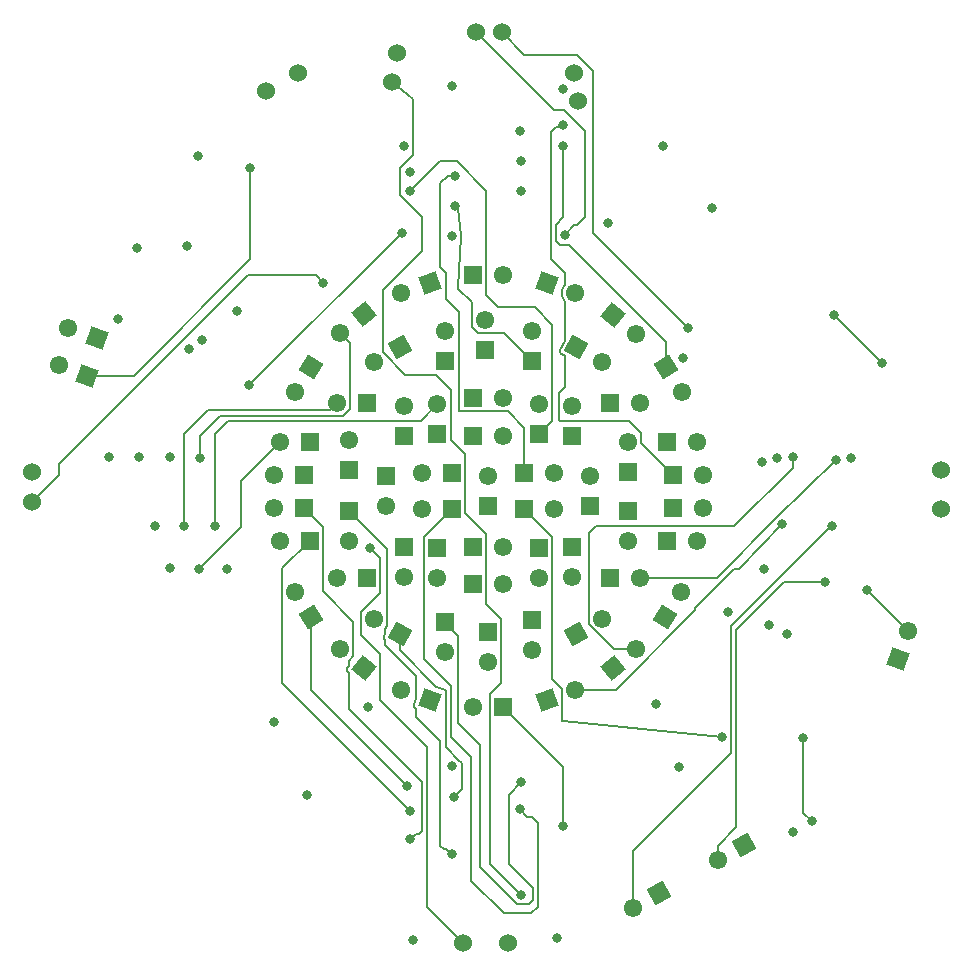
<source format=gbr>
G04*
G04 #@! TF.GenerationSoftware,Altium Limited,Altium Designer,23.1.1 (15)*
G04*
G04 Layer_Physical_Order=3*
G04 Layer_Color=16440176*
%FSLAX44Y44*%
%MOMM*%
G71*
G04*
G04 #@! TF.SameCoordinates,EA72E859-7E5F-47E5-BE6D-6BCC4CF4D1DD*
G04*
G04*
G04 #@! TF.FilePolarity,Positive*
G04*
G01*
G75*
%ADD51C,1.5500*%
%ADD52P,2.1920X4X245.0*%
%ADD53C,1.5240*%
%ADD54R,1.5500X1.5500*%
%ADD55P,2.1920X4X115.0*%
%ADD56P,2.1920X4X255.0*%
%ADD57R,1.5500X1.5500*%
%ADD58P,2.1920X4X103.0*%
%ADD59P,2.1920X4X84.0*%
%ADD60P,2.1920X4X195.0*%
%ADD61P,2.1920X4X205.0*%
%ADD62P,2.1920X4X186.0*%
%ADD63P,2.1920X4X167.0*%
%ADD64C,0.8000*%
%ADD65C,0.1555*%
%ADD66C,0.1555*%
D51*
X-73398Y167843D02*
D03*
X-118110Y-41910D02*
D03*
X355397Y-118372D02*
D03*
X43180Y-73660D02*
D03*
X194310Y-312420D02*
D03*
X122783Y-353060D02*
D03*
X55880Y-15240D02*
D03*
X86360Y12700D02*
D03*
X71120Y-72390D02*
D03*
X118110Y-41910D02*
D03*
X128270Y-73660D02*
D03*
X96517Y-107950D02*
D03*
X36830Y-134620D02*
D03*
X181610Y-13970D02*
D03*
X176530Y-41910D02*
D03*
X163320Y-85140D02*
D03*
X125149Y-133875D02*
D03*
X73398Y-167843D02*
D03*
X-86360Y-12700D02*
D03*
X12700Y-46990D02*
D03*
X-55880Y-15240D02*
D03*
X12700Y-78740D02*
D03*
X-43180Y-73660D02*
D03*
X-71120Y-72390D02*
D03*
X0Y-144780D02*
D03*
X-36830Y-135890D02*
D03*
X-96520Y-107950D02*
D03*
X-128270Y-73660D02*
D03*
X-12700Y-182880D02*
D03*
X-73398Y-167843D02*
D03*
X-125149Y-133875D02*
D03*
X-163320Y-85140D02*
D03*
X-176530Y-41910D02*
D03*
X-181610Y-13970D02*
D03*
X-355338Y138227D02*
D03*
X-363220Y106680D02*
D03*
X96520Y109220D02*
D03*
X163830Y83820D02*
D03*
X125149Y132975D02*
D03*
X73398Y167843D02*
D03*
X181610Y13970D02*
D03*
X176530Y41910D02*
D03*
X118110D02*
D03*
X128270Y74930D02*
D03*
X71120Y72390D02*
D03*
X36830Y135890D02*
D03*
X43180Y73660D02*
D03*
X55880Y15240D02*
D03*
X-2540Y144780D02*
D03*
X12700Y78740D02*
D03*
Y46990D02*
D03*
X0Y12700D02*
D03*
X-55880Y15240D02*
D03*
X-71120Y72390D02*
D03*
X12700Y182880D02*
D03*
X-43180Y73660D02*
D03*
X-118110Y43180D02*
D03*
X-128270Y74930D02*
D03*
X-96517Y109220D02*
D03*
X-36830Y135890D02*
D03*
X-181610Y13970D02*
D03*
X-176530Y41910D02*
D03*
X-163830Y83820D02*
D03*
X-125149Y133875D02*
D03*
D52*
X-49530Y176530D02*
D03*
X49530Y-176530D02*
D03*
D53*
X383540Y17780D02*
D03*
Y-15240D02*
D03*
X-21590Y-382270D02*
D03*
X16510D02*
D03*
X-386080Y16510D02*
D03*
X-81280Y346710D02*
D03*
X-77470Y370840D02*
D03*
X72390Y354330D02*
D03*
X76200Y330200D02*
D03*
X-386080Y-8890D02*
D03*
X11430Y388620D02*
D03*
X-10160D02*
D03*
X-187960Y339090D02*
D03*
X-161290Y354330D02*
D03*
D54*
X-118110Y-16510D02*
D03*
X43180Y-48260D02*
D03*
X86360Y-12700D02*
D03*
X71120Y-46990D02*
D03*
X118110Y-16510D02*
D03*
X36830Y-109220D02*
D03*
X-86360Y12700D02*
D03*
X-43180Y-48260D02*
D03*
X-71120Y-46990D02*
D03*
X0Y-119380D02*
D03*
X-36830Y-110490D02*
D03*
X-43180Y48260D02*
D03*
X118110Y16510D02*
D03*
X71120Y46990D02*
D03*
X36830Y110490D02*
D03*
X43180Y48260D02*
D03*
X-2540Y119380D02*
D03*
X0Y-12700D02*
D03*
X-71120Y46990D02*
D03*
X-118110Y17780D02*
D03*
X-36830Y110490D02*
D03*
D55*
X346710Y-142240D02*
D03*
D56*
X216307Y-299720D02*
D03*
X144780Y-340360D02*
D03*
X74520Y-120650D02*
D03*
X-74520Y121920D02*
D03*
D57*
X30480Y-15240D02*
D03*
X102870Y-73660D02*
D03*
X156210Y-13970D02*
D03*
X151130Y-41910D02*
D03*
X-12700Y-46990D02*
D03*
X-30480Y-15240D02*
D03*
X-12700Y-78740D02*
D03*
X-102870Y-73660D02*
D03*
X12700Y-182880D02*
D03*
X-151130Y-41910D02*
D03*
X-156210Y-13970D02*
D03*
X156210Y13970D02*
D03*
X151130Y41910D02*
D03*
X102870Y74930D02*
D03*
X30480Y15240D02*
D03*
X-12700Y78740D02*
D03*
Y46990D02*
D03*
X-30480Y15240D02*
D03*
X-12700Y182880D02*
D03*
X-102870Y74930D02*
D03*
X-156210Y13970D02*
D03*
X-151130Y41910D02*
D03*
D58*
X149860Y-106680D02*
D03*
X-150370Y105360D02*
D03*
D59*
X105410Y-149860D02*
D03*
X-105410Y149860D02*
D03*
D60*
X-74523Y-120650D02*
D03*
X74523Y121920D02*
D03*
D61*
X-49530Y-176530D02*
D03*
X-331470Y129540D02*
D03*
X-339352Y97993D02*
D03*
X49530Y176530D02*
D03*
D62*
X-105410Y-149860D02*
D03*
X105410Y148960D02*
D03*
D63*
X-149860Y-106680D02*
D03*
X150370Y105360D02*
D03*
D64*
X-231140Y-29210D02*
D03*
X-30480Y215900D02*
D03*
X-321310Y29210D02*
D03*
X-295910D02*
D03*
X-269240D02*
D03*
X-243840Y27940D02*
D03*
X-221055Y-65965D02*
D03*
X-245110Y-66040D02*
D03*
X-257810Y-29210D02*
D03*
X-269240Y-64770D02*
D03*
X-281940Y-29210D02*
D03*
X26670Y304800D02*
D03*
X27940Y279400D02*
D03*
Y254000D02*
D03*
X-66040D02*
D03*
X63500Y340360D02*
D03*
X-30480Y-307340D02*
D03*
X-100330Y-48260D02*
D03*
X248920Y-27940D02*
D03*
X274320Y-279400D02*
D03*
X257810Y-288290D02*
D03*
X27940Y-246380D02*
D03*
X26670Y-269240D02*
D03*
X-29210Y-259080D02*
D03*
X-101600Y-182880D02*
D03*
X63499Y309852D02*
D03*
X189260Y240105D02*
D03*
X64676Y217264D02*
D03*
X-139700Y176530D02*
D03*
X-242600Y128270D02*
D03*
X-313690Y146050D02*
D03*
X-297180Y205740D02*
D03*
X294640Y26670D02*
D03*
X307340Y27940D02*
D03*
X257810Y29210D02*
D03*
X233680Y-66040D02*
D03*
X290830Y-29210D02*
D03*
X198120Y-208280D02*
D03*
X142240Y-180340D02*
D03*
X63500Y-283210D02*
D03*
X27940Y-341630D02*
D03*
X-66040Y-294640D02*
D03*
Y-270510D02*
D03*
X-30480Y-232410D02*
D03*
X-66040Y270510D02*
D03*
X-30480Y342900D02*
D03*
X63500Y292100D02*
D03*
X-63500Y-379730D02*
D03*
X58420Y-378460D02*
D03*
X333200Y108760D02*
D03*
X292608Y149352D02*
D03*
X169164Y138272D02*
D03*
X-27940Y266700D02*
D03*
Y241300D02*
D03*
X-255016Y207518D02*
D03*
X-201930Y274066D02*
D03*
X-181102Y-195580D02*
D03*
X-153035Y-257048D02*
D03*
X202767Y-101929D02*
D03*
X252679Y-121053D02*
D03*
X161362Y-233752D02*
D03*
X320500Y-83475D02*
D03*
X284988Y-76914D02*
D03*
X-212852Y152400D02*
D03*
X237490Y-113284D02*
D03*
X-253492Y120396D02*
D03*
X165354Y112776D02*
D03*
X101854Y227076D02*
D03*
X-245364Y284226D02*
D03*
X266954Y-208534D02*
D03*
X244300Y27940D02*
D03*
X231600Y24384D02*
D03*
X-68580Y-249380D02*
D03*
X-202184Y89662D02*
D03*
X-72898Y218948D02*
D03*
X148336Y292608D02*
D03*
X-71374Y292100D02*
D03*
D65*
X-23175Y215474D02*
G03*
X-23206Y216698I-7305J426D01*
G01*
X243822Y-22691D02*
G03*
X243703Y-22808I5099J-5249D01*
G01*
X-61133Y-184171D02*
G03*
X-61289Y-184028I-1128J-1070D01*
G01*
X61899Y116428D02*
G03*
X61893Y116435I-1106J-1093D01*
G01*
X64770Y174774D02*
G03*
X64770Y160912I8628J-6931D01*
G01*
X205437Y-208390D02*
G03*
X205438Y-208264I-7317J110D01*
G01*
X-25157Y-227389D02*
G03*
X-25356Y-227186I-5323J-5021D01*
G01*
X-231600Y-28750D02*
Y48514D01*
Y-28750D02*
X-231140Y-29210D01*
X-26109Y239469D02*
X-25654Y239014D01*
X-25654Y171704D02*
X-25199Y171248D01*
X-27940Y241300D02*
X-26109Y239469D01*
X-25199Y171248D02*
X-13970Y160020D01*
X-25654Y239014D02*
X-23206Y216698D01*
X-25654Y171704D02*
Y172992D01*
X-23175Y215474D01*
X-244348Y28448D02*
Y46482D01*
X-226968Y63862D02*
X-123082D01*
X-244348Y46482D02*
X-226968Y63862D01*
X-231600Y48514D02*
X-220424Y59690D01*
X-57150D01*
X-257810Y48260D02*
X-236982Y69088D01*
X-134112D01*
X-257810Y-29210D02*
Y48260D01*
X-244348Y28448D02*
X-243840Y27940D01*
X-209550Y-30480D02*
Y8890D01*
X-245110Y-66040D02*
X-209550Y-30480D01*
X-40640Y279400D02*
X-26670D01*
X-66040Y254000D02*
X-40640Y279400D01*
X-31296Y-307340D02*
X-30480D01*
X-37550Y-303270D02*
X-35366D01*
X-40386Y-300434D02*
X-37550Y-303270D01*
X-35366D02*
X-31296Y-307340D01*
X-91694Y-86360D02*
Y-56896D01*
X-100330Y-48260D02*
X-91694Y-56896D01*
X207994Y-65767D02*
X211907D01*
X213462Y-64856D02*
X248920Y-27940D01*
X193666Y-73660D02*
X194577Y-72749D01*
X243703Y-22808D01*
X243822Y-22691D02*
X294640Y26670D01*
X212551Y-65767D02*
X213462Y-64856D01*
X211907Y-65767D02*
X212551Y-65767D01*
X128270Y-73660D02*
X193666D01*
X266954Y-272034D02*
Y-208534D01*
Y-272034D02*
X274320Y-279400D01*
X63078Y-194723D02*
X63630Y-194779D01*
X62685Y-194331D02*
X63078Y-194723D01*
X62230Y-193876D02*
X62685Y-194331D01*
X62230Y-193876D02*
Y-183087D01*
X62781Y-182536D01*
Y-180577D01*
X62230Y-179064D02*
X62781Y-180577D01*
X61775Y-166423D02*
X62230Y-166878D01*
X63630Y-194779D02*
X198120Y-208280D01*
X54356Y-159004D02*
X61775Y-166423D01*
X62230Y-179064D02*
Y-166878D01*
X17272Y-257048D02*
X27940Y-246380D01*
X26670Y-269240D02*
X32993Y-275563D01*
X36803D01*
X41893Y-280653D01*
X-22098Y-251968D02*
Y-230632D01*
X-29210Y-259080D02*
X-22098Y-251968D01*
X-22522Y-230183D02*
X-22098Y-230632D01*
X-60706Y-190754D02*
Y-185242D01*
X-40386Y-300434D02*
Y-211074D01*
X-60711Y-184606D02*
X-60706Y-185242D01*
X-61133Y-184171D02*
X-60711Y-184606D01*
X-62781Y-182536D02*
X-61289Y-184028D01*
X-62781Y-182536D02*
Y-180577D01*
X-60706Y-174877D01*
X-60706Y-174602D02*
Y-156718D01*
X-60706Y-174877D02*
X-60706Y-174602D01*
Y-190754D02*
X-40386Y-211074D01*
X-87630Y-116586D02*
X-85344Y-114300D01*
X-87630Y-129794D02*
X-87175Y-130250D01*
X-87630Y-129794D02*
Y-125658D01*
X-88427Y-124861D02*
X-87630Y-125658D01*
X-88427Y-122598D02*
X-87630Y-121217D01*
Y-116586D01*
X-88427Y-124861D02*
Y-122598D01*
X-87175Y-130250D02*
X-60706Y-156718D01*
X-85344Y-114300D02*
Y-49276D01*
X-118110Y-143510D02*
X-114046Y-139446D01*
X-118110Y-184150D02*
X-117655Y-184606D01*
X-118110Y-184150D02*
Y-153897D01*
X-119628Y-152380D02*
X-118110Y-153897D01*
X-119628Y-152380D02*
Y-149831D01*
X-118110Y-147957D01*
Y-143510D01*
X-117655Y-184606D02*
X-56134Y-246126D01*
X-91440Y-147093D02*
Y-137922D01*
X-91192Y-149889D02*
Y-147340D01*
X-91440Y-150195D02*
X-91192Y-149889D01*
X-91896Y-137467D02*
X-91440Y-137922D01*
Y-176715D02*
Y-150195D01*
Y-147093D02*
X-91192Y-147340D01*
X-91440Y-176715D02*
X-90985Y-177171D01*
X-107696Y-121666D02*
X-91896Y-137467D01*
X-90985Y-177171D02*
X-51816Y-216339D01*
X88900Y218536D02*
Y355600D01*
Y218536D02*
X169164Y138272D01*
X75184Y369316D02*
X88900Y355600D01*
X62294Y308647D02*
X63499Y309852D01*
X57187Y308647D02*
X62294D01*
X64676Y217264D02*
X72738Y225327D01*
X75467D01*
X82296Y232156D01*
X64314Y185621D02*
X64770Y185166D01*
Y174774D02*
Y185166D01*
X59944Y83566D02*
X64770Y88392D01*
X60619Y119972D02*
X64770Y127162D01*
X60619Y117709D02*
X61893Y116435D01*
X61899Y116428D02*
X64170Y115118D01*
X64770Y114518D01*
Y88392D02*
Y114518D01*
Y127162D02*
Y160912D01*
X60619Y117709D02*
Y119972D01*
X53098Y196838D02*
X64314Y185621D01*
X59944Y60452D02*
Y83566D01*
X-203454Y182880D02*
X-146050D01*
X-139700Y176530D01*
X175304Y-98457D02*
X207994Y-65767D01*
X175304Y-100540D02*
Y-98457D01*
X257810Y20066D02*
Y29210D01*
X208534Y-29210D02*
X257810Y20066D01*
X108001Y-167843D02*
X175304Y-100540D01*
X73398Y-167843D02*
X108001D01*
X290121Y-29210D02*
X290830D01*
X205687Y-113643D02*
X290121Y-29210D01*
X205232Y-114099D02*
X205687Y-113643D01*
X205232Y-115387D02*
X205438Y-208264D01*
X205232Y-221996D02*
X205437Y-208390D01*
X204776Y-222451D02*
X205232Y-221996D01*
X122783Y-304445D02*
X204776Y-222451D01*
X205232Y-115387D02*
Y-114099D01*
X12700Y-182880D02*
X63500Y-233680D01*
Y-283210D02*
Y-233680D01*
X1524Y-315214D02*
Y-171704D01*
Y-315214D02*
X27940Y-341630D01*
X-61154Y-290570D02*
X-58970D01*
X-56134Y-287734D01*
X-66040Y-294640D02*
X-65224D01*
X-61154Y-290570D01*
X-174498Y-162052D02*
X-66040Y-270510D01*
X-174498Y-162052D02*
Y-65278D01*
X41893Y-351790D02*
Y-280653D01*
X17272Y-315468D02*
Y-257048D01*
X-25157Y-227389D02*
X-22522Y-230183D01*
X-35157Y-217573D02*
X-25356Y-227186D01*
X-36068Y-216018D02*
Y-167856D01*
X-36068Y-216662D02*
X-35157Y-217573D01*
X-36068Y-216018D02*
X-36068Y-216662D01*
X-40386Y189738D02*
X-35560Y184912D01*
Y162560D02*
Y184912D01*
Y162560D02*
X-24638Y151638D01*
X-74930Y273812D02*
X-64008Y284734D01*
X-74930Y251206D02*
Y273812D01*
X-64008Y284734D02*
Y331978D01*
X-74930Y251206D02*
X-56134Y232410D01*
X57193Y225642D02*
X63500Y231949D01*
Y292100D01*
X53098Y304558D02*
X57187Y308647D01*
X30734Y369316D02*
X75184D01*
X292608Y149352D02*
X333200Y108760D01*
X129286Y40894D02*
X156210Y13970D01*
X129286Y40894D02*
Y49530D01*
X119126Y59690D02*
X129286Y49530D01*
X60706Y59690D02*
X119126D01*
X59944Y60452D02*
X60706Y59690D01*
X53098Y196838D02*
Y304558D01*
X11430Y388620D02*
X30734Y369316D01*
X-34290Y266700D02*
X-27940D01*
X-40386Y260604D02*
X-34290Y266700D01*
X-40386Y189738D02*
Y260604D01*
X-24638Y67564D02*
Y151638D01*
Y67564D02*
X16510D01*
X30480Y53594D01*
Y15240D02*
Y53594D01*
X43180Y48260D02*
X54356Y59436D01*
Y140970D01*
X39370Y155956D02*
X54356Y140970D01*
X8636Y155956D02*
X39370D01*
X-1524Y166116D02*
X8636Y155956D01*
X-1524Y166116D02*
Y254254D01*
X-26670Y279400D02*
X-1524Y254254D01*
X13716Y133604D02*
X36830Y110490D01*
X-8890Y133604D02*
X13716D01*
X-13970Y138684D02*
X-8890Y133604D01*
X-13970Y138684D02*
Y160020D01*
X-386080Y-8890D02*
X-363220Y13970D01*
Y23114D01*
X-203454Y182880D01*
X-81280Y346710D02*
X-64008Y331978D01*
X-56134Y203454D02*
Y232410D01*
X-89408Y170180D02*
X-56134Y203454D01*
X-89408Y117764D02*
Y170180D01*
Y117764D02*
X-70451Y98806D01*
X-44450D01*
X-31496Y85852D01*
Y43434D02*
Y85852D01*
Y43434D02*
X-19304Y31242D01*
Y-18034D02*
Y31242D01*
Y-18034D02*
X-1524Y-35814D01*
Y-95504D02*
Y-35814D01*
Y-95504D02*
X11176Y-108204D01*
Y-162052D02*
Y-108204D01*
X1524Y-171704D02*
X11176Y-162052D01*
X-57150Y59690D02*
X-43180Y73660D01*
X-123082Y63862D02*
X-117094Y69850D01*
Y125820D01*
X-125149Y133875D02*
X-117094Y125820D01*
X-339352Y97993D02*
X-300279D01*
X-201930Y196342D01*
Y274066D01*
X36370Y-357313D02*
X41893Y-351790D01*
X13354Y-357313D02*
X36370D01*
X-14224Y-329735D02*
X13354Y-357313D01*
X-14224Y-329735D02*
Y-225298D01*
X-31496Y-208026D02*
X-14224Y-225298D01*
X-31496Y-208026D02*
Y-165174D01*
X-54356Y-142314D02*
X-31496Y-165174D01*
X-54356Y-142314D02*
Y-39116D01*
X-30480Y-15240D01*
X17272Y-315468D02*
X37798Y-335994D01*
Y-345742D02*
Y-335994D01*
X34290Y-349250D02*
X37798Y-345742D01*
X24383Y-349250D02*
X34290D01*
X-6604Y-318263D02*
X24383Y-349250D01*
X-6604Y-318263D02*
Y-214630D01*
X-25146Y-196088D02*
X-6604Y-214630D01*
X-25146Y-196088D02*
Y-122174D01*
X-36830Y-110490D02*
X-25146Y-122174D01*
X-43803Y-165462D02*
X-36068Y-167856D01*
X-74523Y-134742D02*
X-43803Y-165462D01*
X-74523Y-134742D02*
Y-120650D01*
X-174498Y-65278D02*
X-151130Y-41910D01*
X106790Y-133875D02*
X125149D01*
X85449Y-112535D02*
X106790Y-133875D01*
X85449Y-112535D02*
Y-35455D01*
X91694Y-29210D01*
X208534D01*
X320500Y-83475D02*
X355397Y-118372D01*
X250607Y-76914D02*
X284988D01*
X209804Y-117717D02*
X250607Y-76914D01*
X209804Y-284480D02*
Y-117717D01*
X194310Y-299974D02*
X209804Y-284480D01*
X194310Y-312420D02*
Y-299974D01*
X122783Y-353060D02*
Y-304445D01*
X-51816Y-352044D02*
X-21590Y-382270D01*
X-51816Y-352044D02*
Y-216339D01*
X-107696Y-121666D02*
Y-102362D01*
X-91694Y-86360D01*
X-118110Y-16510D02*
X-85344Y-49276D01*
X-209550Y8890D02*
X-176530Y41910D01*
X54356Y-159004D02*
Y-39116D01*
X30480Y-15240D02*
X54356Y-39116D01*
X-56134Y-287734D02*
Y-246126D01*
X-114046Y-139446D02*
Y-110744D01*
X-139954Y-84836D02*
X-114046Y-110744D01*
X-139954Y-84836D02*
Y-30226D01*
X-156210Y-13970D02*
X-139954Y-30226D01*
X-149860Y-168100D02*
Y-106680D01*
Y-168100D02*
X-68580Y-249380D01*
X-202184Y89662D02*
X-72898Y218948D01*
X-134112Y69088D02*
X-128270Y74930D01*
X82296Y232156D02*
Y304825D01*
X64287Y322834D02*
X82296Y304825D01*
X55626Y322834D02*
X64287D01*
X-10160Y388620D02*
X55626Y322834D01*
X57193Y212133D02*
Y225642D01*
Y212133D02*
X61046Y208280D01*
X68072D01*
X150370Y125982D01*
Y105360D02*
Y125982D01*
D66*
X62685Y-194331D02*
D03*
M02*

</source>
